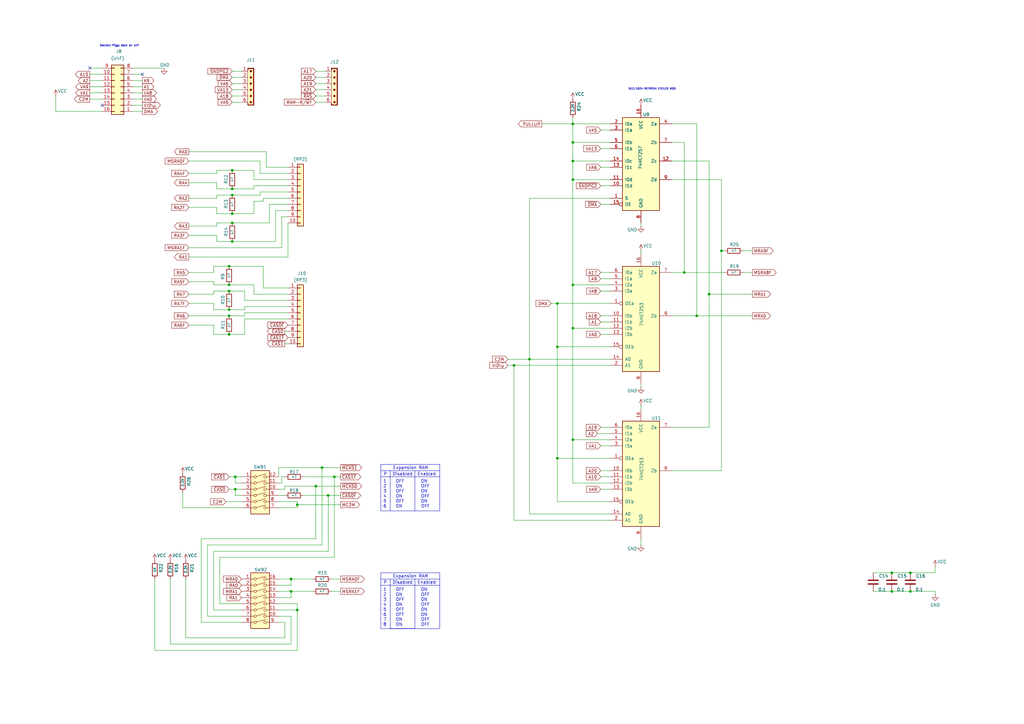
<source format=kicad_sch>
(kicad_sch (version 20231120) (generator "eeschema") (generator_version "8.0")
  (paper "A3")
  (lib_symbols
    (symbol "74xx:74HCT257" (pin_names (offset 1.016))
      (property "Reference" "U" (at -7.62 19.05 0))
      (property "Value" "74LS257" (at -7.62 -21.59 0))
      (symbol "74HCT257_1_0"
        (pin input line (at -12.7 -15.24 0) (length 5.08) (name "S") (number "1"))
        (pin input line (at -12.7 -10.16 0) (length 5.08) (name "I1d") (number "10"))
        (pin input line (at -12.7 -7.62 0) (length 5.08) (name "I0d") (number "11"))
        (pin tri_state line (at 12.7 0 180) (length 5.08) (name "Zc") (number "12"))
        (pin input line (at -12.7 -2.54 0) (length 5.08) (name "I1c") (number "13"))
        (pin input line (at -12.7 0 0) (length 5.08) (name "I0c") (number "14"))
        (pin input inverted (at -12.7 -17.78 0) (length 5.08) (name "OE") (number "15"))
        (pin power_in line (at 0 22.86 270) (length 5.08) (name "VCC") (number "16"))
        (pin input line (at -12.7 15.24 0) (length 5.08) (name "I0a") (number "2"))
        (pin input line (at -12.7 12.7 0) (length 5.08) (name "I1a") (number "3"))
        (pin tri_state line (at 12.7 15.24 180) (length 5.08) (name "Za") (number "4"))
        (pin input line (at -12.7 7.62 0) (length 5.08) (name "I0b") (number "5"))
        (pin input line (at -12.7 5.08 0) (length 5.08) (name "I1b") (number "6"))
        (pin tri_state line (at 12.7 7.62 180) (length 5.08) (name "Zb") (number "7"))
        (pin power_in line (at 0 -25.4 90) (length 5.08) (name "GND") (number "8"))
        (pin tri_state line (at 12.7 -7.62 180) (length 5.08) (name "Zd") (number "9"))
      )
    )
    (symbol "74xx:74LS253" (pin_names (offset 1.016))
      (property "Reference" "U" (at -7.62 21.59 0))
      (property "Value" "74LS253" (at -7.62 -24.13 0))
      (symbol "74LS253_1_0"
        (pin input inverted (at -12.7 5.08 0) (length 5.08) (name "OEa") (number "1"))
        (pin input line (at -12.7 0 0) (length 5.08) (name "I0b") (number "10"))
        (pin input line (at -12.7 -2.54 0) (length 5.08) (name "I1b") (number "11"))
        (pin input line (at -12.7 -5.08 0) (length 5.08) (name "I2b") (number "12"))
        (pin input line (at -12.7 -7.62 0) (length 5.08) (name "I3b") (number "13"))
        (pin input line (at -12.7 -17.78 0) (length 5.08) (name "A0") (number "14"))
        (pin input inverted (at -12.7 -12.7 0) (length 5.08) (name "OEb") (number "15"))
        (pin power_in line (at 0 25.4 270) (length 5.08) (name "VCC") (number "16"))
        (pin input line (at -12.7 -20.32 0) (length 5.08) (name "A1") (number "2"))
        (pin input line (at -12.7 10.16 0) (length 5.08) (name "I3a") (number "3"))
        (pin input line (at -12.7 12.7 0) (length 5.08) (name "I2a") (number "4"))
        (pin input line (at -12.7 15.24 0) (length 5.08) (name "I1a") (number "5"))
        (pin input line (at -12.7 17.78 0) (length 5.08) (name "I0a") (number "6"))
        (pin tri_state line (at 12.7 17.78 180) (length 5.08) (name "Za") (number "7"))
        (pin power_in line (at 0 -27.94 90) (length 5.08) (name "GND") (number "8"))
        (pin tri_state line (at 12.7 0 180) (length 5.08) (name "Zb") (number "9"))
      )
    )
    (symbol "Connector_Generic:Conn_01x10" (pin_names (offset 1.016) hide)
      (property "Reference" "J" (at 0 12.7 0))
      (property "Value" "Conn_01x10" (at 0 -15.24 0))
      (symbol "Conn_01x10_1_1"
        (pin passive line (at -5.08 10.16 0) (length 3.81) (name "Pin_1") (number "1"))
        (pin passive line (at -5.08 -12.7 0) (length 3.81) (name "Pin_10") (number "10"))
        (pin passive line (at -5.08 7.62 0) (length 3.81) (name "Pin_2") (number "2"))
        (pin passive line (at -5.08 5.08 0) (length 3.81) (name "Pin_3") (number "3"))
        (pin passive line (at -5.08 2.54 0) (length 3.81) (name "Pin_4") (number "4"))
        (pin passive line (at -5.08 0 0) (length 3.81) (name "Pin_5") (number "5"))
        (pin passive line (at -5.08 -2.54 0) (length 3.81) (name "Pin_6") (number "6"))
        (pin passive line (at -5.08 -5.08 0) (length 3.81) (name "Pin_7") (number "7"))
        (pin passive line (at -5.08 -7.62 0) (length 3.81) (name "Pin_8") (number "8"))
        (pin passive line (at -5.08 -10.16 0) (length 3.81) (name "Pin_9") (number "9"))
      )
    )
    (symbol "DIN41612_02x08_AB_EvenPins_2" (pin_names (offset 1.016))
      (property "Reference" "J2" (at 1.27 13.97 0))
      (property "Value" "(U5-12G)" (at 1.27 11.43 0))
      (symbol "DIN41612_02x08_AB_EvenPins_2_1_0"
        (pin passive line (at -5.08 7.62 0) (length 3.81) (name "") (number "1"))
      )
      (symbol "DIN41612_02x08_AB_EvenPins_2_1_1"
        (pin passive line (at 7.62 -7.62 180) (length 3.81) (name "") (number "10"))
        (pin passive line (at 7.62 -5.08 180) (length 3.81) (name "") (number "11"))
        (pin passive line (at 7.62 -2.54 180) (length 3.81) (name "") (number "12"))
        (pin passive line (at 7.62 0 180) (length 3.81) (name "") (number "13"))
        (pin passive line (at 7.62 2.54 180) (length 3.81) (name "") (number "14"))
        (pin passive line (at 7.62 5.08 180) (length 3.81) (name "") (number "15"))
        (pin passive line (at 7.62 7.62 180) (length 3.81) (name "") (number "16"))
        (pin passive line (at -5.08 5.08 0) (length 3.81) (name "") (number "2"))
        (pin passive line (at -5.08 2.54 0) (length 3.81) (name "") (number "3"))
        (pin passive line (at -5.08 0 0) (length 3.81) (name "") (number "4"))
        (pin passive line (at -5.08 -2.54 0) (length 3.81) (name "") (number "5"))
        (pin passive line (at -5.08 -5.08 0) (length 3.81) (name "") (number "6"))
        (pin passive line (at -5.08 -7.62 0) (length 3.81) (name "") (number "7"))
        (pin passive line (at -5.08 -10.16 0) (length 3.81) (name "") (number "8"))
        (pin passive line (at 7.62 -10.16 180) (length 3.81) (name "") (number "9"))
      )
    )
    (symbol "Device:C" (pin_numbers hide) (pin_names (offset 0.254))
      (property "Reference" "C" (at 0.635 2.54 0))
      (property "Value" "C" (at 0.635 -2.54 0))
      (symbol "C_1_1"
        (pin passive line (at 0 3.81 270) (length 2.794) (name "~") (number "1"))
        (pin passive line (at 0 -3.81 90) (length 2.794) (name "~") (number "2"))
      )
    )
    (symbol "Device:R" (pin_numbers hide) (pin_names (offset 0))
      (property "Reference" "R" (at 2.032 0 90))
      (property "Value" "R" (at 0 0 90))
      (symbol "R_1_1"
        (pin passive line (at 0 3.81 270) (length 1.27) (name "~") (number "1"))
        (pin passive line (at 0 -3.81 90) (length 1.27) (name "~") (number "2"))
      )
    )
    (symbol "PCM_SL_Connectors:JST_06"
      (property "Reference" "J" (at 0 12.7 0))
      (property "Value" "JST_06" (at 0 10.16 0))
      (symbol "JST_06_1_1"
        (pin passive line (at -3.81 6.35 0) (length 2.54) (name "") (number "1"))
        (pin passive line (at -3.81 3.81 0) (length 2.54) (name "") (number "2"))
        (pin passive line (at -3.81 1.27 0) (length 2.54) (name "") (number "3"))
        (pin passive line (at -3.81 -1.27 0) (length 2.54) (name "") (number "4"))
        (pin passive line (at -3.81 -3.81 0) (length 2.54) (name "") (number "5"))
        (pin passive line (at -3.81 -6.35 0) (length 2.54) (name "") (number "6"))
      )
    )
    (symbol "Switch:SW_DIP_x06" (pin_names (offset 0) hide)
      (property "Reference" "SW" (at 0 11.43 0))
      (property "Value" "SW_DIP_x06" (at 0 -8.89 0))
      (symbol "SW_DIP_x06_1_1"
        (pin passive line (at -7.62 7.62 0) (length 5.08) (name "~") (number "1"))
        (pin passive line (at 7.62 2.54 180) (length 5.08) (name "~") (number "10"))
        (pin passive line (at 7.62 5.08 180) (length 5.08) (name "~") (number "11"))
        (pin passive line (at 7.62 7.62 180) (length 5.08) (name "~") (number "12"))
        (pin passive line (at -7.62 5.08 0) (length 5.08) (name "~") (number "2"))
        (pin passive line (at -7.62 2.54 0) (length 5.08) (name "~") (number "3"))
        (pin passive line (at -7.62 0 0) (length 5.08) (name "~") (number "4"))
        (pin passive line (at -7.62 -2.54 0) (length 5.08) (name "~") (number "5"))
        (pin passive line (at -7.62 -5.08 0) (length 5.08) (name "~") (number "6"))
        (pin passive line (at 7.62 -5.08 180) (length 5.08) (name "~") (number "7"))
        (pin passive line (at 7.62 -2.54 180) (length 5.08) (name "~") (number "8"))
        (pin passive line (at 7.62 0 180) (length 5.08) (name "~") (number "9"))
      )
    )
    (symbol "Switch:SW_DIP_x08" (pin_names (offset 0) hide)
      (property "Reference" "SW" (at 0 13.97 0))
      (property "Value" "SW_DIP_x08" (at 0 -11.43 0))
      (symbol "SW_DIP_x08_1_1"
        (pin passive line (at -7.62 10.16 0) (length 5.08) (name "~") (number "1"))
        (pin passive line (at 7.62 -5.08 180) (length 5.08) (name "~") (number "10"))
        (pin passive line (at 7.62 -2.54 180) (length 5.08) (name "~") (number "11"))
        (pin passive line (at 7.62 0 180) (length 5.08) (name "~") (number "12"))
        (pin passive line (at 7.62 2.54 180) (length 5.08) (name "~") (number "13"))
        (pin passive line (at 7.62 5.08 180) (length 5.08) (name "~") (number "14"))
        (pin passive line (at 7.62 7.62 180) (length 5.08) (name "~") (number "15"))
        (pin passive line (at 7.62 10.16 180) (length 5.08) (name "~") (number "16"))
        (pin passive line (at -7.62 7.62 0) (length 5.08) (name "~") (number "2"))
        (pin passive line (at -7.62 5.08 0) (length 5.08) (name "~") (number "3"))
        (pin passive line (at -7.62 2.54 0) (length 5.08) (name "~") (number "4"))
        (pin passive line (at -7.62 0 0) (length 5.08) (name "~") (number "5"))
        (pin passive line (at -7.62 -2.54 0) (length 5.08) (name "~") (number "6"))
        (pin passive line (at -7.62 -5.08 0) (length 5.08) (name "~") (number "7"))
        (pin passive line (at -7.62 -7.62 0) (length 5.08) (name "~") (number "8"))
        (pin passive line (at 7.62 -7.62 180) (length 5.08) (name "~") (number "9"))
      )
    )
    (symbol "power:GND" (power) (pin_numbers hide) (pin_names (offset 0) hide)
      (property "Value" "GND" (at 0 -3.81 0))
      (symbol "GND_1_1"
        (pin power_in line (at 0 0 270) (length 0) (name "~") (number "1"))
      )
    )
    (symbol "power:VCC" (power) (pin_numbers hide) (pin_names (offset 0) hide)
      (property "Value" "VCC" (at 0 3.556 0))
      (symbol "VCC_1_1"
        (pin power_in line (at 0 0 90) (length 0) (name "~") (number "1"))
      )
    )
  )
  (junction (at 93.98 116.84))
  (junction (at 137.16 195.58))
  (junction (at 121.92 250.19))
  (junction (at 93.98 119.38))
  (junction (at 228.6 124.46))
  (junction (at 234.95 58.42))
  (junction (at 210.82 149.86))
  (junction (at 365.76 242.57))
  (junction (at 93.98 109.22))
  (junction (at 285.75 129.54))
  (junction (at 373.38 242.57))
  (junction (at 290.83 120.65))
  (junction (at 93.98 129.54))
  (junction (at 96.52 195.58))
  (junction (at 234.95 180.34))
  (junction (at 134.62 203.2))
  (junction (at 95.25 91.44))
  (junction (at 93.98 127))
  (junction (at 234.95 73.66))
  (junction (at 228.6 142.24))
  (junction (at 280.67 111.76))
  (junction (at 132.08 191.77))
  (junction (at 96.52 200.66))
  (junction (at 365.76 234.95))
  (junction (at 119.38 237.49))
  (junction (at 95.25 77.47))
  (junction (at 234.95 116.84))
  (junction (at 373.38 234.95))
  (junction (at 234.95 66.04))
  (junction (at 119.38 242.57))
  (junction (at 217.17 147.32))
  (junction (at 95.25 80.01))
  (junction (at 129.54 199.39))
  (junction (at 228.6 187.96))
  (junction (at 295.91 102.87))
  (junction (at 95.25 99.06))
  (junction (at 95.25 69.85))
  (junction (at 121.92 207.01))
  (junction (at 95.25 87.63))
  (junction (at 234.95 134.62))
  (junction (at 234.95 50.8))
  (junction (at 93.98 137.16))
  (no_connect (at 36.83 27.94))
  (no_connect (at 41.91 43.18))
  (no_connect (at 58.42 30.48))
  (wire (pts (xy 246.38 68.58) (xy 250.19 68.58)))
  (wire (pts (xy 119.38 237.49) (xy 128.27 237.49)))
  (wire (pts (xy 77.47 85.09) (xy 88.9 85.09)))
  (wire (pts (xy 74.93 208.28) (xy 99.06 208.28)))
  (wire (pts (xy 36.83 40.64) (xy 41.91 40.64)))
  (wire (pts (xy 85.09 223.52) (xy 85.09 252.73)))
  (wire (pts (xy 114.3 247.65) (xy 121.92 247.65)))
  (wire (pts (xy 262.89 158.75) (xy 262.89 157.48)))
  (wire (pts (xy 96.52 195.58) (xy 99.06 195.58)))
  (wire (pts (xy 58.42 45.72) (xy 54.61 45.72)))
  (wire (pts (xy 217.17 147.32) (xy 250.19 147.32)))
  (wire (pts (xy 77.47 101.6) (xy 115.57 101.6)))
  (wire (pts (xy 280.67 58.42) (xy 280.67 111.76)))
  (wire (pts (xy 250.19 134.62) (xy 234.95 134.62)))
  (wire (pts (xy 88.9 85.09) (xy 88.9 87.63)))
  (wire (pts (xy 69.85 264.16) (xy 69.85 237.49)))
  (wire (pts (xy 87.63 109.22) (xy 93.98 109.22)))
  (wire (pts (xy 226.06 124.46) (xy 228.6 124.46)))
  (wire (pts (xy 250.19 210.82) (xy 217.17 210.82)))
  (wire (pts (xy 63.5 237.49) (xy 63.5 266.7)))
  (wire (pts (xy 88.9 92.71) (xy 88.9 91.44)))
  (wire (pts (xy 383.54 242.57) (xy 383.54 243.84)))
  (wire (pts (xy 113.03 99.06) (xy 113.03 86.36)))
  (wire (pts (xy 114.3 205.74) (xy 121.92 205.74)))
  (wire (pts (xy 210.82 213.36) (xy 210.82 149.86)))
  (wire (pts (xy 95.25 80.01) (xy 106.68 80.01)))
  (wire (pts (xy 88.9 71.12) (xy 88.9 69.85)))
  (wire (pts (xy 119.38 245.11) (xy 119.38 242.57)))
  (wire (pts (xy 88.9 77.47) (xy 95.25 77.47)))
  (wire (pts (xy 87.63 226.06) (xy 87.63 250.19)))
  (wire (pts (xy 234.95 48.26) (xy 234.95 50.8)))
  (wire (pts (xy 104.14 69.85) (xy 95.25 69.85)))
  (wire (pts (xy 234.95 180.34) (xy 234.95 134.62)))
  (wire (pts (xy 246.38 114.3) (xy 250.19 114.3)))
  (polyline (pts (xy 180.34 195.58) (xy 180.34 193.04)))
  (polyline (pts (xy 170.18 254) (xy 170.18 257.81)))
  (wire (pts (xy 116.84 199.39) (xy 116.84 200.66)))
  (wire (pts (xy 77.47 133.35) (xy 87.63 133.35)))
  (wire (pts (xy 217.17 81.28) (xy 250.19 81.28)))
  (wire (pts (xy 116.84 199.39) (xy 129.54 199.39)))
  (wire (pts (xy 58.42 35.56) (xy 54.61 35.56)))
  (wire (pts (xy 246.38 175.26) (xy 250.19 175.26)))
  (wire (pts (xy 250.19 187.96) (xy 228.6 187.96)))
  (wire (pts (xy 74.93 208.28) (xy 74.93 201.93)))
  (wire (pts (xy 82.55 220.98) (xy 129.54 220.98)))
  (wire (pts (xy 295.91 102.87) (xy 297.18 102.87)))
  (wire (pts (xy 121.92 208.28) (xy 121.92 207.01)))
  (wire (pts (xy 87.63 127) (xy 93.98 127)))
  (wire (pts (xy 132.08 191.77) (xy 139.7 191.77)))
  (wire (pts (xy 99.06 29.21) (xy 95.25 29.21)))
  (wire (pts (xy 295.91 193.04) (xy 295.91 102.87)))
  (polyline (pts (xy 170.18 257.81) (xy 160.02 257.81)))
  (wire (pts (xy 116.84 195.58) (xy 115.57 195.58)))
  (polyline (pts (xy 156.21 193.04) (xy 156.21 190.5)))
  (wire (pts (xy 87.63 111.76) (xy 87.63 109.22)))
  (wire (pts (xy 100.33 129.54) (xy 100.33 128.27)))
  (wire (pts (xy 104.14 76.2) (xy 118.11 76.2)))
  (wire (pts (xy 106.68 78.74) (xy 118.11 78.74)))
  (wire (pts (xy 228.6 124.46) (xy 228.6 142.24)))
  (wire (pts (xy 234.95 116.84) (xy 250.19 116.84)))
  (wire (pts (xy 217.17 210.82) (xy 217.17 147.32)))
  (wire (pts (xy 119.38 237.49) (xy 114.3 237.49)))
  (wire (pts (xy 246.38 119.38) (xy 250.19 119.38)))
  (wire (pts (xy 88.9 74.93) (xy 88.9 77.47)))
  (wire (pts (xy 110.49 83.82) (xy 118.11 83.82)))
  (wire (pts (xy 250.19 198.12) (xy 234.95 198.12)))
  (wire (pts (xy 246.38 132.08) (xy 250.19 132.08)))
  (wire (pts (xy 109.22 68.58) (xy 109.22 62.23)))
  (wire (pts (xy 100.33 125.73) (xy 118.11 125.73)))
  (wire (pts (xy 114.3 255.27) (xy 116.84 255.27)))
  (wire (pts (xy 22.86 39.37) (xy 22.86 45.72)))
  (wire (pts (xy 365.76 234.95) (xy 373.38 234.95)))
  (wire (pts (xy 275.59 111.76) (xy 280.67 111.76)))
  (wire (pts (xy 36.83 30.48) (xy 41.91 30.48)))
  (wire (pts (xy 290.83 120.65) (xy 308.61 120.65)))
  (wire (pts (xy 77.47 115.57) (xy 87.63 115.57)))
  (wire (pts (xy 119.38 252.73) (xy 119.38 264.16)))
  (wire (pts (xy 124.46 203.2) (xy 134.62 203.2)))
  (wire (pts (xy 228.6 142.24) (xy 228.6 187.96)))
  (wire (pts (xy 114.3 250.19) (xy 121.92 250.19)))
  (wire (pts (xy 88.9 96.52) (xy 88.9 99.06)))
  (wire (pts (xy 118.11 118.11) (xy 107.95 118.11)))
  (wire (pts (xy 93.98 116.84) (xy 104.14 116.84)))
  (wire (pts (xy 77.47 120.65) (xy 87.63 120.65)))
  (wire (pts (xy 77.47 74.93) (xy 88.9 74.93)))
  (wire (pts (xy 373.38 242.57) (xy 383.54 242.57)))
  (wire (pts (xy 208.28 149.86) (xy 210.82 149.86)))
  (wire (pts (xy 104.14 82.55) (xy 107.95 82.55)))
  (wire (pts (xy 88.9 80.01) (xy 95.25 80.01)))
  (wire (pts (xy 208.28 147.32) (xy 217.17 147.32)))
  (polyline (pts (xy 156.21 237.49) (xy 156.21 234.95)))
  (wire (pts (xy 234.95 58.42) (xy 234.95 66.04)))
  (wire (pts (xy 110.49 91.44) (xy 110.49 83.82)))
  (polyline (pts (xy 180.34 240.03) (xy 180.34 237.49)))
  (wire (pts (xy 93.98 195.58) (xy 96.52 195.58)))
  (wire (pts (xy 95.25 87.63) (xy 104.14 87.63)))
  (wire (pts (xy 234.95 198.12) (xy 234.95 180.34)))
  (wire (pts (xy 285.75 50.8) (xy 285.75 129.54)))
  (wire (pts (xy 58.42 33.02) (xy 54.61 33.02)))
  (wire (pts (xy 99.06 203.2) (xy 96.52 203.2)))
  (wire (pts (xy 92.71 205.74) (xy 99.06 205.74)))
  (wire (pts (xy 82.55 255.27) (xy 82.55 220.98)))
  (wire (pts (xy 121.92 247.65) (xy 121.92 250.19)))
  (wire (pts (xy 115.57 101.6) (xy 115.57 88.9)))
  (wire (pts (xy 133.35 36.83) (xy 129.54 36.83)))
  (wire (pts (xy 22.86 45.72) (xy 41.91 45.72)))
  (wire (pts (xy 275.59 129.54) (xy 285.75 129.54)))
  (wire (pts (xy 88.9 81.28) (xy 88.9 80.01)))
  (polyline (pts (xy 160.02 240.03) (xy 160.02 254)))
  (wire (pts (xy 245.11 177.8) (xy 250.19 177.8)))
  (wire (pts (xy 133.35 41.91) (xy 129.54 41.91)))
  (wire (pts (xy 114.3 203.2) (xy 116.84 203.2)))
  (wire (pts (xy 228.6 142.24) (xy 250.19 142.24)))
  (wire (pts (xy 87.63 116.84) (xy 93.98 116.84)))
  (wire (pts (xy 133.35 39.37) (xy 129.54 39.37)))
  (polyline (pts (xy 156.21 190.5) (xy 180.34 190.5)))
  (wire (pts (xy 36.83 33.02) (xy 41.91 33.02)))
  (wire (pts (xy 118.11 123.19) (xy 100.33 123.19)))
  (wire (pts (xy 358.14 242.57) (xy 365.76 242.57)))
  (polyline (pts (xy 170.18 195.58) (xy 170.18 209.55)))
  (wire (pts (xy 234.95 50.8) (xy 250.19 50.8)))
  (wire (pts (xy 104.14 87.63) (xy 104.14 82.55)))
  (wire (pts (xy 250.19 213.36) (xy 210.82 213.36)))
  (wire (pts (xy 90.17 247.65) (xy 90.17 228.6)))
  (wire (pts (xy 85.09 252.73) (xy 99.06 252.73)))
  (wire (pts (xy 139.7 237.49) (xy 135.89 237.49)))
  (wire (pts (xy 107.95 118.11) (xy 107.95 109.22)))
  (wire (pts (xy 358.14 234.95) (xy 365.76 234.95)))
  (wire (pts (xy 128.27 242.57) (xy 119.38 242.57)))
  (wire (pts (xy 121.92 205.74) (xy 121.92 207.01)))
  (wire (pts (xy 134.62 203.2) (xy 134.62 226.06)))
  (wire (pts (xy 116.84 261.62) (xy 76.2 261.62)))
  (wire (pts (xy 119.38 242.57) (xy 114.3 242.57)))
  (wire (pts (xy 290.83 175.26) (xy 290.83 120.65)))
  (polyline (pts (xy 156.21 193.04) (xy 156.21 195.58)))
  (wire (pts (xy 104.14 116.84) (xy 104.14 120.65)))
  (wire (pts (xy 106.68 80.01) (xy 106.68 78.74)))
  (wire (pts (xy 246.38 129.54) (xy 250.19 129.54)))
  (wire (pts (xy 304.8 111.76) (xy 308.61 111.76)))
  (wire (pts (xy 129.54 220.98) (xy 129.54 199.39)))
  (wire (pts (xy 90.17 228.6) (xy 137.16 228.6)))
  (wire (pts (xy 96.52 203.2) (xy 96.52 200.66)))
  (wire (pts (xy 275.59 175.26) (xy 290.83 175.26)))
  (wire (pts (xy 118.11 73.66) (xy 104.14 73.66)))
  (wire (pts (xy 36.83 35.56) (xy 41.91 35.56)))
  (wire (pts (xy 99.06 255.27) (xy 82.55 255.27)))
  (wire (pts (xy 88.9 87.63) (xy 95.25 87.63)))
  (wire (pts (xy 129.54 199.39) (xy 139.7 199.39)))
  (polyline (pts (xy 160.02 257.81) (xy 160.02 254)))
  (wire (pts (xy 246.38 200.66) (xy 250.19 200.66)))
  (wire (pts (xy 116.84 135.89) (xy 118.11 135.89)))
  (wire (pts (xy 135.89 242.57) (xy 139.7 242.57)))
  (wire (pts (xy 275.59 66.04) (xy 290.83 66.04)))
  (wire (pts (xy 228.6 124.46) (xy 250.19 124.46)))
  (wire (pts (xy 100.33 119.38) (xy 93.98 119.38)))
  (wire (pts (xy 116.84 255.27) (xy 116.84 261.62)))
  (wire (pts (xy 77.47 124.46) (xy 87.63 124.46)))
  (wire (pts (xy 88.9 91.44) (xy 95.25 91.44)))
  (wire (pts (xy 113.03 86.36) (xy 118.11 86.36)))
  (wire (pts (xy 106.68 66.04) (xy 106.68 71.12)))
  (wire (pts (xy 77.47 105.41) (xy 118.11 105.41)))
  (wire (pts (xy 262.89 166.37) (xy 262.89 167.64)))
  (wire (pts (xy 262.89 92.71) (xy 262.89 91.44)))
  (wire (pts (xy 93.98 127) (xy 100.33 127)))
  (wire (pts (xy 234.95 73.66) (xy 250.19 73.66)))
  (wire (pts (xy 36.83 38.1) (xy 41.91 38.1)))
  (wire (pts (xy 137.16 195.58) (xy 139.7 195.58)))
  (wire (pts (xy 246.38 195.58) (xy 250.19 195.58)))
  (wire (pts (xy 115.57 88.9) (xy 118.11 88.9)))
  (wire (pts (xy 76.2 261.62) (xy 76.2 237.49)))
  (wire (pts (xy 95.25 77.47) (xy 104.14 77.47)))
  (wire (pts (xy 77.47 66.04) (xy 106.68 66.04)))
  (polyline (pts (xy 160.02 237.49) (xy 160.02 240.03)))
  (wire (pts (xy 87.63 115.57) (xy 87.63 116.84)))
  (wire (pts (xy 114.3 208.28) (xy 121.92 208.28)))
  (wire (pts (xy 295.91 102.87) (xy 295.91 73.66)))
  (wire (pts (xy 100.33 123.19) (xy 100.33 119.38)))
  (wire (pts (xy 262.89 102.87) (xy 262.89 104.14)))
  (wire (pts (xy 250.19 205.74) (xy 228.6 205.74)))
  (wire (pts (xy 383.54 232.41) (xy 383.54 234.95)))
  (wire (pts (xy 118.11 130.81) (xy 100.33 130.81)))
  (wire (pts (xy 114.3 200.66) (xy 116.84 200.66)))
  (wire (pts (xy 87.63 133.35) (xy 87.63 137.16)))
  (polyline (pts (xy 156.21 234.95) (xy 180.34 234.95)))
  (polyline (pts (xy 170.18 193.04) (xy 170.18 195.58)))
  (polyline (pts (xy 170.18 240.03) (xy 170.18 254)))
  (wire (pts (xy 118.11 68.58) (xy 109.22 68.58)))
  (wire (pts (xy 234.95 116.84) (xy 234.95 134.62)))
  (wire (pts (xy 114.3 240.03) (xy 119.38 240.03)))
  (wire (pts (xy 107.95 82.55) (xy 107.95 81.28)))
  (wire (pts (xy 121.92 207.01) (xy 139.7 207.01)))
  (wire (pts (xy 222.25 50.8) (xy 234.95 50.8)))
  (wire (pts (xy 96.52 200.66) (xy 99.06 200.66)))
  (polyline (pts (xy 156.21 237.49) (xy 156.21 240.03)))
  (polyline (pts (xy 160.02 195.58) (xy 160.02 209.55)))
  (polyline (pts (xy 160.02 193.04) (xy 160.02 195.58)))
  (wire (pts (xy 106.68 71.12) (xy 118.11 71.12)))
  (wire (pts (xy 99.06 34.29) (xy 95.25 34.29)))
  (wire (pts (xy 100.33 130.81) (xy 100.33 137.16)))
  (wire (pts (xy 54.61 27.94) (xy 67.31 27.94)))
  (wire (pts (xy 100.33 128.27) (xy 118.11 128.27)))
  (wire (pts (xy 58.42 43.18) (xy 54.61 43.18)))
  (wire (pts (xy 121.92 250.19) (xy 121.92 266.7)))
  (wire (pts (xy 275.59 73.66) (xy 295.91 73.66)))
  (wire (pts (xy 104.14 120.65) (xy 118.11 120.65)))
  (wire (pts (xy 280.67 111.76) (xy 297.18 111.76)))
  (polyline (pts (xy 180.34 193.04) (xy 156.21 193.04)))
  (wire (pts (xy 104.14 77.47) (xy 104.14 76.2)))
  (wire (pts (xy 87.63 119.38) (xy 93.98 119.38)))
  (wire (pts (xy 63.5 266.7) (xy 121.92 266.7)))
  (wire (pts (xy 132.08 223.52) (xy 85.09 223.52)))
  (wire (pts (xy 100.33 137.16) (xy 93.98 137.16)))
  (wire (pts (xy 124.46 195.58) (xy 137.16 195.58)))
  (wire (pts (xy 234.95 50.8) (xy 234.95 58.42)))
  (wire (pts (xy 115.57 198.12) (xy 114.3 198.12)))
  (wire (pts (xy 246.38 76.2) (xy 250.19 76.2)))
  (wire (pts (xy 95.25 91.44) (xy 110.49 91.44)))
  (wire (pts (xy 304.8 102.87) (xy 308.61 102.87)))
  (wire (pts (xy 115.57 195.58) (xy 115.57 198.12)))
  (wire (pts (xy 99.06 31.75) (xy 95.25 31.75)))
  (wire (pts (xy 93.98 109.22) (xy 107.95 109.22)))
  (wire (pts (xy 118.11 105.41) (xy 118.11 91.44)))
  (wire (pts (xy 234.95 73.66) (xy 234.95 116.84)))
  (wire (pts (xy 77.47 92.71) (xy 88.9 92.71)))
  (wire (pts (xy 77.47 62.23) (xy 109.22 62.23)))
  (wire (pts (xy 262.89 223.52) (xy 262.89 220.98)))
  (wire (pts (xy 58.42 38.1) (xy 54.61 38.1)))
  (wire (pts (xy 77.47 71.12) (xy 88.9 71.12)))
  (wire (pts (xy 246.38 83.82) (xy 250.19 83.82)))
  (wire (pts (xy 275.59 50.8) (xy 285.75 50.8)))
  (wire (pts (xy 88.9 69.85) (xy 95.25 69.85)))
  (wire (pts (xy 100.33 127) (xy 100.33 125.73)))
  (polyline (pts (xy 180.34 237.49) (xy 156.21 237.49)))
  (wire (pts (xy 134.62 203.2) (xy 139.7 203.2)))
  (wire (pts (xy 87.63 124.46) (xy 87.63 127)))
  (wire (pts (xy 96.52 195.58) (xy 96.52 198.12)))
  (wire (pts (xy 93.98 129.54) (xy 100.33 129.54)))
  (wire (pts (xy 87.63 137.16) (xy 93.98 137.16)))
  (polyline (pts (xy 180.34 234.95) (xy 180.34 237.49)))
  (wire (pts (xy 77.47 96.52) (xy 88.9 96.52)))
  (wire (pts (xy 99.06 39.37) (xy 95.25 39.37)))
  (wire (pts (xy 114.3 191.77) (xy 132.08 191.77)))
  (wire (pts (xy 77.47 81.28) (xy 88.9 81.28)))
  (wire (pts (xy 99.06 247.65) (xy 90.17 247.65)))
  (wire (pts (xy 228.6 205.74) (xy 228.6 187.96)))
  (wire (pts (xy 290.83 120.65) (xy 290.83 66.04)))
  (wire (pts (xy 87.63 250.19) (xy 99.06 250.19)))
  (wire (pts (xy 137.16 228.6) (xy 137.16 195.58)))
  (wire (pts (xy 93.98 200.66) (xy 96.52 200.66)))
  (wire (pts (xy 99.06 36.83) (xy 95.25 36.83)))
  (wire (pts (xy 246.38 60.96) (xy 250.19 60.96)))
  (wire (pts (xy 365.76 242.57) (xy 373.38 242.57)))
  (wire (pts (xy 234.95 58.42) (xy 250.19 58.42)))
  (wire (pts (xy 246.38 53.34) (xy 250.19 53.34)))
  (wire (pts (xy 246.38 137.16) (xy 250.19 137.16)))
  (wire (pts (xy 87.63 120.65) (xy 87.63 119.38)))
  (wire (pts (xy 104.14 73.66) (xy 104.14 69.85)))
  (wire (pts (xy 250.19 180.34) (xy 234.95 180.34)))
  (wire (pts (xy 246.38 111.76) (xy 250.19 111.76)))
  (wire (pts (xy 95.25 99.06) (xy 113.03 99.06)))
  (wire (pts (xy 275.59 193.04) (xy 295.91 193.04)))
  (wire (pts (xy 285.75 129.54) (xy 308.61 129.54)))
  (wire (pts (xy 133.35 34.29) (xy 129.54 34.29)))
  (wire (pts (xy 77.47 111.76) (xy 87.63 111.76)))
  (wire (pts (xy 275.59 58.42) (xy 280.67 58.42)))
  (wire (pts (xy 119.38 240.03) (xy 119.38 237.49)))
  (wire (pts (xy 234.95 66.04) (xy 250.19 66.04)))
  (wire (pts (xy 246.38 182.88) (xy 250.19 182.88)))
  (wire (pts (xy 58.42 30.48) (xy 54.61 30.48)))
  (wire (pts (xy 119.38 264.16) (xy 69.85 264.16)))
  (wire (pts (xy 114.3 252.73) (xy 119.38 252.73)))
  (wire (pts (xy 77.47 129.54) (xy 93.98 129.54)))
  (wire (pts (xy 114.3 245.11) (xy 119.38 245.11)))
  (polyline (pts (xy 170.18 237.49) (xy 170.18 240.03)))
  (wire (pts (xy 210.82 149.86) (xy 250.19 149.86)))
  (wire (pts (xy 96.52 198.12) (xy 99.06 198.12)))
  (wire (pts (xy 36.83 27.94) (xy 41.91 27.94)))
  (wire (pts (xy 246.38 193.04) (xy 250.19 193.04)))
  (wire (pts (xy 88.9 99.06) (xy 95.25 99.06)))
  (wire (pts (xy 234.95 66.04) (xy 234.95 73.66)))
  (wire (pts (xy 373.38 234.95) (xy 383.54 234.95)))
  (wire (pts (xy 134.62 226.06) (xy 87.63 226.06)))
  (wire (pts (xy 217.17 81.28) (xy 217.17 147.32)))
  (polyline (pts (xy 180.34 190.5) (xy 180.34 193.04)))
  (wire (pts (xy 132.08 191.77) (xy 132.08 223.52)))
  (wire (pts (xy 114.3 191.77) (xy 114.3 195.58)))
  (wire (pts (xy 107.95 81.28) (xy 118.11 81.28)))
  (wire (pts (xy 58.42 40.64) (xy 54.61 40.64)))
  (wire (pts (xy 133.35 29.21) (xy 129.54 29.21)))
  (wire (pts (xy 116.84 140.97) (xy 118.11 140.97)))
  (wire (pts (xy 133.35 31.75) (xy 129.54 31.75)))
  (wire (pts (xy 99.06 41.91) (xy 95.25 41.91)))
  (text_box "1    OFF       ON\n2    ON        OFF\n3    OFF       ON\n4    ON        OFF\n5    OFF       ON\n6    OFF       ON\n7    ON        OFF\n8    ON        OFF" (at 156.21 240.03 0) (size 24.13 17.78) (effects (font (size 1.27 1.27)) (justify left top)))
  (text_box "1    OFF       ON\n2    ON        OFF\n3    OFF       ON\n4    ON        OFF\n5    OFF       ON\n6    ON        OFF\n" (at 156.21 195.58 0) (size 24.13 13.97) (effects (font (size 1.27 1.27)) (justify left top)))
  (text "Sockect Piggy back on U4F" (at 49.022 18.796 0) (effects (font (size 0.762 0.762))))
  (text "Disabled" (at 165.1 239.014 0) (effects (font (size 1.27 1.27))))
  (text "P" (at 157.988 239.014 0) (effects (font (size 1.27 1.27))))
  (text "Enabled" (at 175.006 194.564 0) (effects (font (size 1.27 1.27))))
  (text "Disabled" (at 165.1 194.564 0) (effects (font (size 1.27 1.27))))
  (text "P" (at 157.988 194.564 0) (effects (font (size 1.27 1.27))))
  (text "Expansion RAM" (at 168.402 236.474 0) (effects (font (size 1.27 1.27))))
  (text "Enabled" (at 175.006 239.014 0) (effects (font (size 1.27 1.27))))
  (text "512/1024 REFRESH CYCLES MOD" (at 267.462 36.576 0) (effects (font (size 0.762 0.762))))
  (text "Expansion RAM" (at 168.402 192.024 0) (effects (font (size 1.27 1.27))))
  (global_label "RA3" (shape output) (at 77.47 92.71 180) (property "Intersheetrefs" "${INTERSHEET_REFS}" (effects (hide yes))))
  (global_label "RA1" (shape output) (at 77.47 105.41 180) (property "Intersheetrefs" "${INTERSHEET_REFS}" (effects (hide yes))))
  (global_label "~{MCAS0}" (shape output) (at 139.7 199.39 0) (property "Intersheetrefs" "${INTERSHEET_REFS}" (effects (hide yes))))
  (global_label "VA8" (shape output) (at 58.42 38.1 0) (property "Intersheetrefs" "${INTERSHEET_REFS}" (effects (hide yes))))
  (global_label "VA9" (shape input) (at 246.38 200.66 180) (property "Intersheetrefs" "${INTERSHEET_REFS}" (effects (hide yes))))
  (global_label "DMA" (shape input) (at 226.06 124.46 180) (property "Intersheetrefs" "${INTERSHEET_REFS}" (effects (hide yes))))
  (global_label "A19" (shape input) (at 246.38 175.26 180) (property "Intersheetrefs" "${INTERSHEET_REFS}" (effects (hide yes))))
  (global_label "VA5" (shape input) (at 95.25 41.91 180) (property "Intersheetrefs" "${INTERSHEET_REFS}" (effects (hide yes))))
  (global_label "VA8" (shape input) (at 246.38 119.38 180) (property "Intersheetrefs" "${INTERSHEET_REFS}" (effects (hide yes))))
  (global_label "VA13" (shape input) (at 95.25 36.83 180) (property "Intersheetrefs" "${INTERSHEET_REFS}" (effects (hide yes))))
  (global_label "~{CAS1F}" (shape input) (at 118.11 138.43 180) (property "Intersheetrefs" "${INTERSHEET_REFS}" (effects (hide yes))))
  (global_label "MRA1" (shape output) (at 308.61 120.65 0) (property "Intersheetrefs" "${INTERSHEET_REFS}" (effects (hide yes))))
  (global_label "A20" (shape input) (at 246.38 193.04 180) (property "Intersheetrefs" "${INTERSHEET_REFS}" (effects (hide yes))))
  (global_label "MRA9F" (shape output) (at 308.61 102.87 0) (property "Intersheetrefs" "${INTERSHEET_REFS}" (effects (hide yes))))
  (global_label "~{MCAS1}" (shape output) (at 139.7 191.77 0) (property "Intersheetrefs" "${INTERSHEET_REFS}" (effects (hide yes))))
  (global_label "A17" (shape input) (at 129.54 29.21 180) (property "Intersheetrefs" "${INTERSHEET_REFS}" (effects (hide yes))))
  (global_label "RA0" (shape output) (at 77.47 62.23 180) (property "Intersheetrefs" "${INTERSHEET_REFS}" (effects (hide yes))))
  (global_label "~{SNDPG2}" (shape input) (at 246.38 76.2 180) (property "Intersheetrefs" "${INTERSHEET_REFS}" (effects (hide yes))))
  (global_label "~{DMA}" (shape input) (at 246.38 83.82 180) (property "Intersheetrefs" "${INTERSHEET_REFS}" (effects (hide yes))))
  (global_label "VA6" (shape input) (at 95.25 34.29 180) (property "Intersheetrefs" "${INTERSHEET_REFS}" (effects (hide yes))))
  (global_label "VA0" (shape output) (at 58.42 40.64 0) (property "Intersheetrefs" "${INTERSHEET_REFS}" (effects (hide yes))))
  (global_label "~{RAS}" (shape input) (at 129.54 39.37 180) (property "Intersheetrefs" "${INTERSHEET_REFS}" (effects (hide yes))))
  (global_label "MSRA0F" (shape input) (at 77.47 66.04 180) (property "Intersheetrefs" "${INTERSHEET_REFS}" (effects (hide yes))))
  (global_label "A1" (shape input) (at 246.38 132.08 180) (property "Intersheetrefs" "${INTERSHEET_REFS}" (effects (hide yes))))
  (global_label "RA5F" (shape input) (at 77.47 115.57 180) (property "Intersheetrefs" "${INTERSHEET_REFS}" (effects (hide yes))))
  (global_label "VID\\~{u}" (shape input) (at 208.28 149.86 180) (property "Intersheetrefs" "${INTERSHEET_REFS}" (effects (hide yes))))
  (global_label "VA6" (shape input) (at 246.38 68.58 180) (property "Intersheetrefs" "${INTERSHEET_REFS}" (effects (hide yes))))
  (global_label "MSRA1F" (shape input) (at 77.47 101.6 180) (property "Intersheetrefs" "${INTERSHEET_REFS}" (effects (hide yes))))
  (global_label "~{CAS0}" (shape input) (at 93.98 200.66 180) (property "Intersheetrefs" "${INTERSHEET_REFS}" (effects (hide yes))))
  (global_label "~{CAS0F}" (shape input) (at 118.11 133.35 180) (property "Intersheetrefs" "${INTERSHEET_REFS}" (effects (hide yes))))
  (global_label "A19" (shape input) (at 129.54 34.29 180) (property "Intersheetrefs" "${INTERSHEET_REFS}" (effects (hide yes))))
  (global_label "~{CAS0}" (shape output) (at 116.84 135.89 180) (property "Intersheetrefs" "${INTERSHEET_REFS}" (effects (hide yes))))
  (global_label "A9" (shape input) (at 246.38 114.3 180) (property "Intersheetrefs" "${INTERSHEET_REFS}" (effects (hide yes))))
  (global_label "A2" (shape input) (at 245.11 177.8 180) (property "Intersheetrefs" "${INTERSHEET_REFS}" (effects (hide yes))))
  (global_label "MSRA0F" (shape output) (at 139.7 237.49 0) (property "Intersheetrefs" "${INTERSHEET_REFS}" (effects (hide yes))))
  (global_label "~{DMA}" (shape input) (at 95.25 31.75 180) (property "Intersheetrefs" "${INTERSHEET_REFS}" (effects (hide yes))))
  (global_label "A1" (shape output) (at 58.42 35.56 0) (property "Intersheetrefs" "${INTERSHEET_REFS}" (effects (hide yes))))
  (global_label "MRA0" (shape output) (at 308.61 129.54 0) (property "Intersheetrefs" "${INTERSHEET_REFS}" (effects (hide yes))))
  (global_label "RA5" (shape input) (at 77.47 111.76 180) (property "Intersheetrefs" "${INTERSHEET_REFS}" (effects (hide yes))))
  (global_label "A10" (shape input) (at 246.38 195.58 180) (property "Intersheetrefs" "${INTERSHEET_REFS}" (effects (hide yes))))
  (global_label "RA6F" (shape input) (at 77.47 133.35 180) (property "Intersheetrefs" "${INTERSHEET_REFS}" (effects (hide yes))))
  (global_label "RA0" (shape input) (at 99.06 240.03 180) (property "Intersheetrefs" "${INTERSHEET_REFS}" (effects (hide yes))))
  (global_label "RA3F" (shape input) (at 77.47 96.52 180) (property "Intersheetrefs" "${INTERSHEET_REFS}" (effects (hide yes))))
  (global_label "A9" (shape output) (at 58.42 33.02 0) (property "Intersheetrefs" "${INTERSHEET_REFS}" (effects (hide yes))))
  (global_label "MRA1" (shape input) (at 99.06 242.57 180) (property "Intersheetrefs" "${INTERSHEET_REFS}" (effects (hide yes))))
  (global_label "MSRA8F" (shape output) (at 308.61 111.76 0) (property "Intersheetrefs" "${INTERSHEET_REFS}" (effects (hide yes))))
  (global_label "~{CAS1}" (shape input) (at 93.98 195.58 180) (property "Intersheetrefs" "${INTERSHEET_REFS}" (effects (hide yes))))
  (global_label "VA13" (shape input) (at 246.38 60.96 180) (property "Intersheetrefs" "${INTERSHEET_REFS}" (effects (hide yes))))
  (global_label "RA4" (shape output) (at 77.47 74.93 180) (property "Intersheetrefs" "${INTERSHEET_REFS}" (effects (hide yes))))
  (global_label "RA1" (shape input) (at 99.06 245.11 180) (property "Intersheetrefs" "${INTERSHEET_REFS}" (effects (hide yes))))
  (global_label "A18" (shape input) (at 246.38 129.54 180) (property "Intersheetrefs" "${INTERSHEET_REFS}" (effects (hide yes))))
  (global_label "PULLUP" (shape output) (at 222.25 50.8 180) (property "Intersheetrefs" "${INTERSHEET_REFS}" (effects (hide yes))))
  (global_label "A20" (shape input) (at 129.54 31.75 180) (property "Intersheetrefs" "${INTERSHEET_REFS}" (effects (hide yes))))
  (global_label "~{CAS1F}" (shape output) (at 139.7 195.58 0) (property "Intersheetrefs" "${INTERSHEET_REFS}" (effects (hide yes))))
  (global_label "~{CAS1}" (shape output) (at 116.84 140.97 180) (property "Intersheetrefs" "${INTERSHEET_REFS}" (effects (hide yes))))
  (global_label "RA7" (shape input) (at 77.47 120.65 180) (property "Intersheetrefs" "${INTERSHEET_REFS}" (effects (hide yes))))
  (global_label "~{SNDPG2}" (shape input) (at 95.25 29.21 180) (property "Intersheetrefs" "${INTERSHEET_REFS}" (effects (hide yes))))
  (global_label "VA5" (shape input) (at 246.38 53.34 180) (property "Intersheetrefs" "${INTERSHEET_REFS}" (effects (hide yes))))
  (global_label "VA0" (shape input) (at 246.38 137.16 180) (property "Intersheetrefs" "${INTERSHEET_REFS}" (effects (hide yes))))
  (global_label "~{CAS0F}" (shape output) (at 139.7 203.2 0) (property "Intersheetrefs" "${INTERSHEET_REFS}" (effects (hide yes))))
  (global_label "VA9" (shape output) (at 36.83 35.56 180) (property "Intersheetrefs" "${INTERSHEET_REFS}" (effects (hide yes))))
  (global_label "VA1" (shape output) (at 36.83 38.1 180) (property "Intersheetrefs" "${INTERSHEET_REFS}" (effects (hide yes))))
  (global_label "MRA0" (shape input) (at 99.06 237.49 180) (property "Intersheetrefs" "${INTERSHEET_REFS}" (effects (hide yes))))
  (global_label "A10" (shape output) (at 36.83 30.48 180) (property "Intersheetrefs" "${INTERSHEET_REFS}" (effects (hide yes))))
  (global_label "C2M" (shape input) (at 92.71 205.74 180) (property "Intersheetrefs" "${INTERSHEET_REFS}" (effects (hide yes))))
  (global_label "RA7F" (shape input) (at 77.47 124.46 180) (property "Intersheetrefs" "${INTERSHEET_REFS}" (effects (hide yes))))
  (global_label "A2" (shape output) (at 36.83 33.02 180) (property "Intersheetrefs" "${INTERSHEET_REFS}" (effects (hide yes))))
  (global_label "RA2" (shape output) (at 77.47 81.28 180) (property "Intersheetrefs" "${INTERSHEET_REFS}" (effects (hide yes))))
  (global_label "VID\\~{u}" (shape output) (at 58.42 43.18 0) (property "Intersheetrefs" "${INTERSHEET_REFS}" (effects (hide yes))))
  (global_label "C2M" (shape output) (at 36.83 40.64 180) (property "Intersheetrefs" "${INTERSHEET_REFS}" (effects (hide yes))))
  (global_label "DMA" (shape output) (at 58.42 45.72 0) (property "Intersheetrefs" "${INTERSHEET_REFS}" (effects (hide yes))))
  (global_label "A17" (shape input) (at 246.38 111.76 180) (property "Intersheetrefs" "${INTERSHEET_REFS}" (effects (hide yes))))
  (global_label "C2M" (shape input) (at 208.28 147.32 180) (property "Intersheetrefs" "${INTERSHEET_REFS}" (effects (hide yes))))
  (global_label "MC2M" (shape output) (at 139.7 207.01 0) (property "Intersheetrefs" "${INTERSHEET_REFS}" (effects (hide yes))))
  (global_label "A21" (shape input) (at 129.54 36.83 180) (property "Intersheetrefs" "${INTERSHEET_REFS}" (effects (hide yes))))
  (global_label "MSRA1F" (shape output) (at 139.7 242.57 0) (property "Intersheetrefs" "${INTERSHEET_REFS}" (effects (hide yes))))
  (global_label "VA1" (shape input) (at 246.38 182.88 180) (property "Intersheetrefs" "${INTERSHEET_REFS}" (effects (hide yes))))
  (global_label "RA4F" (shape input) (at 77.47 71.12 180) (property "Intersheetrefs" "${INTERSHEET_REFS}" (effects (hide yes))))
  (global_label "A18" (shape input) (at 95.25 39.37 180) (property "Intersheetrefs" "${INTERSHEET_REFS}" (effects (hide yes))))
  (global_label "RA6" (shape input) (at 77.47 129.54 180) (property "Intersheetrefs" "${INTERSHEET_REFS}" (effects (hide yes))))
  (global_label "RA2F" (shape input) (at 77.47 85.09 180) (property "Intersheetrefs" "${INTERSHEET_REFS}" (effects (hide yes))))
  (global_label "RAM-R{slash}~{W}F" (shape input) (at 129.54 41.91 180) (property "Intersheetrefs" "${INTERSHEET_REFS}" (effects (hide yes))))
  (symbol (lib_id "Device:C") (at 365.76 238.76 0) (unit 1)
    (property "Reference" "C15" (at 368.046 236.22 0) (effects (justify left)))
    (property "Value" "0.1" (at 367.792 241.808 0) (effects (justify left)))
    (property "Footprint" "Capacitor_SMD:C_0805_2012Metric_Pad1.18x1.45mm_HandSolder" (effects (hide yes)))
    (property "Description" "Unpolarized capacitor" (effects (hide yes)))
  )
  (symbol (lib_id "PCM_SL_Connectors:JST_06") (at 102.87 35.56 0) (unit 1)
    (property "Reference" "J11" (at 101.092 24.6379 0) (effects (justify left)))
    (property "Value" "JST_06" (effects (hide yes)))
    (property "Footprint" "Connector_JST:JST_PH_S6B-PH-K_1x06_P2.00mm_Horizontal" (effects (hide yes)))
    (property "Description" "JST Connector  6 pins" (effects (hide yes)))
  )
  (symbol (lib_id "power:VCC") (at 74.93 194.31 0) (unit 1)
    (property "Reference" "#PWR061" (effects (hide yes)))
    (property "Value" "VCC" (at 77.724 192.278 0))
    (property "Description" "Power symbol creates a global label with name \"VCC\"" (effects (hide yes)))
  )
  (symbol (lib_id "Switch:SW_DIP_x08") (at 106.68 247.65 0) (unit 1)
    (property "Reference" "SWB2" (at 106.934 233.68 0))
    (property "Value" "SW_DIP_x08" (effects (hide yes)))
    (property "Footprint" "Button_Switch_SMD:SW_DIP_SPSTx08_Slide_Omron_A6H-8101_W6.15mm_P1.27mm" (effects (hide yes)))
    (property "Description" "8x DIP Switch, Single Pole Single Throw (SPST) switch, small symbol" (effects (hide yes)))
  )
  (symbol (lib_id "Device:R") (at 93.98 123.19 0) (unit 1)
    (property "Reference" "R10" (at 91.44 124.968 90) (effects (justify left)))
    (property "Value" "47" (at 93.98 124.206 90) (effects (font (size 1 1)) (justify left)))
    (property "Footprint" "Resistor_SMD:R_0805_2012Metric_Pad1.20x1.40mm_HandSolder" (effects (hide yes)))
    (property "Description" "Resistor" (effects (hide yes)))
  )
  (symbol (lib_id "Device:R") (at 76.2 233.68 0) (mirror y) (unit 1)
    (property "Reference" "R21" (at 78.74 234.95 90) (effects (justify left)))
    (property "Value" "2.2K" (at 76.2 235.204 90) (effects (font (size 1 1)) (justify left)))
    (property "Footprint" "Resistor_SMD:R_0805_2012Metric_Pad1.20x1.40mm_HandSolder" (effects (hide yes)))
    (property "Description" "Resistor" (effects (hide yes)))
  )
  (symbol (lib_id "74xx:74HCT257") (at 262.89 66.04 0) (unit 1)
    (property "Reference" "U9" (at 263.652 46.99 0) (effects (justify left)))
    (property "Value" "74HCT257" (at 262.636 69.596 90) (effects (justify left)))
    (property "Footprint" "Package_SO:SO-16_3.9x9.9mm_P1.27mm" (effects (hide yes)))
    (property "Datasheet" "http://www.ti.com/lit/gpn/sn74LS257" (effects (hide yes)))
    (property "Description" "Quad 2 to 1 Multiplexer" (effects (hide yes)))
  )
  (symbol (lib_id "Device:R") (at 95.25 83.82 0) (unit 1)
    (property "Reference" "R13" (at 92.71 85.598 90) (effects (justify left)))
    (property "Value" "47" (at 95.25 84.836 90) (effects (font (size 1 1)) (justify left)))
    (property "Footprint" "Resistor_SMD:R_0805_2012Metric_Pad1.20x1.40mm_HandSolder" (effects (hide yes)))
    (property "Description" "Resistor" (effects (hide yes)))
  )
  (symbol (lib_id "Device:R") (at 132.08 242.57 270) (unit 1)
    (property "Reference" "R20" (at 130.302 240.03 90) (effects (justify left)))
    (property "Value" "47" (at 131.064 242.57 90) (effects (font (size 1 1)) (justify left)))
    (property "Footprint" "Resistor_SMD:R_0805_2012Metric_Pad1.20x1.40mm_HandSolder" (effects (hide yes)))
    (property "Description" "Resistor" (effects (hide yes)))
  )
  (symbol (lib_id "power:VCC") (at 69.85 229.87 0) (unit 1)
    (property "Reference" "#PWR04" (effects (hide yes)))
    (property "Value" "VCC" (at 72.644 227.838 0))
    (property "Description" "Power symbol creates a global label with name \"VCC\"" (effects (hide yes)))
  )
  (symbol (lib_id "Device:R") (at 63.5 233.68 0) (mirror y) (unit 1)
    (property "Reference" "R22" (at 66.04 234.95 90) (effects (justify left)))
    (property "Value" "1K" (at 63.5 234.696 90) (effects (font (size 1 1)) (justify left)))
    (property "Footprint" "Resistor_SMD:R_0805_2012Metric_Pad1.20x1.40mm_HandSolder" (effects (hide yes)))
    (property "Description" "Resistor" (effects (hide yes)))
  )
  (symbol (lib_id "power:VCC") (at 63.5 229.87 0) (unit 1)
    (property "Reference" "#PWR050" (effects (hide yes)))
    (property "Value" "VCC" (at 66.294 227.838 0))
    (property "Description" "Power symbol creates a global label with name \"VCC\"" (effects (hide yes)))
  )
  (symbol (lib_id "Device:R") (at 132.08 237.49 270) (unit 1)
    (property "Reference" "R15" (at 130.302 234.95 90) (effects (justify left)))
    (property "Value" "47" (at 131.064 237.49 90) (effects (font (size 1 1)) (justify left)))
    (property "Footprint" "Resistor_SMD:R_0805_2012Metric_Pad1.20x1.40mm_HandSolder" (effects (hide yes)))
    (property "Description" "Resistor" (effects (hide yes)))
  )
  (symbol (lib_id "Device:R") (at 120.65 203.2 270) (unit 1)
    (property "Reference" "R18" (at 118.618 201.168 90) (effects (justify left)))
    (property "Value" "47" (at 119.634 203.2 90) (effects (font (size 1 1)) (justify left)))
    (property "Footprint" "Resistor_SMD:R_0805_2012Metric_Pad1.20x1.40mm_HandSolder" (effects (hide yes)))
    (property "Description" "Resistor" (effects (hide yes)))
  )
  (symbol (lib_id "Device:R") (at 300.99 102.87 270) (unit 1)
    (property "Reference" "R25" (at 299.212 100.33 90) (effects (justify left)))
    (property "Value" "47" (at 299.974 102.87 90) (effects (font (size 1 1)) (justify left)))
    (property "Footprint" "Resistor_SMD:R_0805_2012Metric_Pad1.20x1.40mm_HandSolder" (effects (hide yes)))
    (property "Description" "Resistor" (effects (hide yes)))
  )
  (symbol (lib_id "Device:R") (at 93.98 113.03 0) (unit 1)
    (property "Reference" "R9" (at 91.44 114.808 90) (effects (justify left)))
    (property "Value" "47" (at 93.98 114.046 90) (effects (font (size 1 1)) (justify left)))
    (property "Footprint" "Resistor_SMD:R_0805_2012Metric_Pad1.20x1.40mm_HandSolder" (effects (hide yes)))
    (property "Description" "Resistor" (effects (hide yes)))
  )
  (symbol (lib_id "power:VCC") (at 262.89 102.87 0) (unit 1)
    (property "Reference" "#PWR055" (effects (hide yes)))
    (property "Value" "VCC" (at 265.684 100.838 0))
    (property "Description" "Power symbol creates a global label with name \"VCC\"" (effects (hide yes)))
  )
  (symbol (lib_id "power:GND") (at 262.89 158.75 0) (unit 1)
    (property "Reference" "#PWR056" (effects (hide yes)))
    (property "Value" "GND" (at 259.334 160.274 0))
    (property "Description" "Power symbol creates a global label with name \"GND\" , ground" (effects (hide yes)))
  )
  (symbol (lib_id "Device:R") (at 234.95 44.45 0) (mirror y) (unit 1)
    (property "Reference" "R24" (at 237.49 45.72 90) (effects (justify left)))
    (property "Value" "2.2K" (at 234.95 45.974 90) (effects (font (size 1 1)) (justify left)))
    (property "Footprint" "Resistor_SMD:R_0805_2012Metric_Pad1.20x1.40mm_HandSolder" (effects (hide yes)))
    (property "Description" "Resistor" (effects (hide yes)))
  )
  (symbol (lib_id "power:VCC") (at 234.95 40.64 0) (unit 1)
    (property "Reference" "#PWR052" (effects (hide yes)))
    (property "Value" "VCC" (at 237.744 38.608 0))
    (property "Description" "Power symbol creates a global label with name \"VCC\"" (effects (hide yes)))
  )
  (symbol (lib_id "power:VCC") (at 262.89 166.37 0) (unit 1)
    (property "Reference" "#PWR057" (effects (hide yes)))
    (property "Value" "VCC" (at 265.684 164.338 0))
    (property "Description" "Power symbol creates a global label with name \"VCC\"" (effects (hide yes)))
  )
  (symbol (lib_id "power:VCC") (at 76.2 229.87 0) (unit 1)
    (property "Reference" "#PWR07" (effects (hide yes)))
    (property "Value" "VCC" (at 78.994 227.838 0))
    (property "Description" "Power symbol creates a global label with name \"VCC\"" (effects (hide yes)))
  )
  (symbol (lib_id "power:GND") (at 67.31 27.94 0) (mirror y) (unit 1)
    (property "Reference" "#PWR02" (effects (hide yes)))
    (property "Value" "GND" (at 67.564 26.67 0))
    (property "Description" "Power symbol creates a global label with name \"GND\" , ground" (effects (hide yes)))
  )
  (symbol (lib_id "Device:C") (at 373.38 238.76 0) (unit 1)
    (property "Reference" "C16" (at 375.666 236.22 0) (effects (justify left)))
    (property "Value" "0.1" (at 375.412 241.808 0) (effects (justify left)))
    (property "Footprint" "Capacitor_SMD:C_0805_2012Metric_Pad1.18x1.45mm_HandSolder" (effects (hide yes)))
    (property "Description" "Unpolarized capacitor" (effects (hide yes)))
  )
  (symbol (lib_id "Switch:SW_DIP_x06") (at 106.68 203.2 0) (unit 1)
    (property "Reference" "SWB1" (at 106.68 191.516 0))
    (property "Value" "SW_DIP_x06" (effects (hide yes)))
    (property "Footprint" "Button_Switch_SMD:SW_DIP_SPSTx06_Slide_Omron_A6H-6101_W6.15mm_P1.27mm" (effects (hide yes)))
    (property "Description" "6x DIP Switch, Single Pole Single Throw (SPST) switch, small symbol" (effects (hide yes)))
  )
  (symbol (lib_id "74xx:74LS253") (at 262.89 193.04 0) (unit 1)
    (property "Reference" "U11" (at 267.208 171.45 0) (effects (justify left)))
    (property "Value" "74HCT253" (at 263.144 197.358 90) (effects (justify left)))
    (property "Footprint" "Package_SO:SO-16_3.9x9.9mm_P1.27mm" (effects (hide yes)))
    (property "Datasheet" "http://www.ti.com/lit/gpn/sn74LS253" (effects (hide yes)))
    (property "Description" "Dual Multiplexer 4 to 1, 3-State Outputs" (effects (hide yes)))
  )
  (symbol (lib_id "Device:R") (at 95.25 73.66 0) (unit 1)
    (property "Reference" "R12" (at 92.71 75.438 90) (effects (justify left)))
    (property "Value" "47" (at 95.25 74.676 90) (effects (font (size 1 1)) (justify left)))
    (property "Footprint" "Resistor_SMD:R_0805_2012Metric_Pad1.20x1.40mm_HandSolder" (effects (hide yes)))
    (property "Description" "Resistor" (effects (hide yes)))
  )
  (symbol (lib_id "Device:R") (at 93.98 133.35 0) (unit 1)
    (property "Reference" "R11" (at 91.44 135.128 90) (effects (justify left)))
    (property "Value" "47" (at 93.98 134.366 90) (effects (font (size 1 1)) (justify left)))
    (property "Footprint" "Resistor_SMD:R_0805_2012Metric_Pad1.20x1.40mm_HandSolder" (effects (hide yes)))
    (property "Description" "Resistor" (effects (hide yes)))
  )
  (symbol (lib_id "Device:R") (at 74.93 198.12 0) (mirror y) (unit 1)
    (property "Reference" "R26" (at 77.47 199.39 90) (effects (justify left)))
    (property "Value" "2.2K" (at 74.93 199.644 90) (effects (font (size 1 1)) (justify left)))
    (property "Footprint" "Resistor_SMD:R_0805_2012Metric_Pad1.20x1.40mm_HandSolder" (effects (hide yes)))
    (property "Description" "Resistor" (effects (hide yes)))
  )
  (symbol (lib_id "74xx:74LS253") (at 262.89 129.54 0) (unit 1)
    (property "Reference" "U10" (at 267.208 107.95 0) (effects (justify left)))
    (property "Value" "74HCT253" (at 263.144 133.858 90) (effects (justify left)))
    (property "Footprint" "Package_SO:SO-16_3.9x9.9mm_P1.27mm" (effects (hide yes)))
    (property "Datasheet" "http://www.ti.com/lit/gpn/sn74LS253" (effects (hide yes)))
    (property "Description" "Dual Multiplexer 4 to 1, 3-State Outputs" (effects (hide yes)))
  )
  (symbol (lib_id "power:VCC") (at 22.86 39.37 0) (unit 1)
    (property "Reference" "#PWR01" (effects (hide yes)))
    (property "Value" "VCC" (at 25.654 37.338 0))
    (property "Description" "Power symbol creates a global label with name \"VCC\"" (effects (hide yes)))
  )
  (symbol (lib_id "power:GND") (at 262.89 92.71 0) (unit 1)
    (property "Reference" "#PWR054" (effects (hide yes)))
    (property "Value" "GND" (at 259.334 94.234 0))
    (property "Description" "Power symbol creates a global label with name \"GND\" , ground" (effects (hide yes)))
  )
  (symbol (lib_id "Device:C") (at 358.14 238.76 0) (unit 1)
    (property "Reference" "C14" (at 360.426 236.22 0) (effects (justify left)))
    (property "Value" "0.1" (at 360.172 241.808 0) (effects (justify left)))
    (property "Footprint" "Capacitor_SMD:C_0805_2012Metric_Pad1.18x1.45mm_HandSolder" (effects (hide yes)))
    (property "Description" "Unpolarized capacitor" (effects (hide yes)))
  )
  (symbol (lib_id "Connector_Generic:Conn_01x10") (at 123.19 78.74 0) (unit 1) (in_bom no)
    (property "Reference" "J9" (effects (hide yes)))
    (property "Value" "(RP2)" (at 120.396 65.278 0) (effects (justify left)))
    (property "Footprint" "Connector_PinHeader_2.54mm:PinHeader_1x10_P2.54mm_Vertical" (effects (hide yes)))
    (property "Description" "Generic connector, single row, 01x10, script generated (kicad-library-utils/schlib/autogen/connector/)" (effects (hide yes)))
  )
  (symbol (lib_id "Device:R") (at 120.65 195.58 270) (unit 1)
    (property "Reference" "R17" (at 118.618 193.548 90) (effects (justify left)))
    (property "Value" "47" (at 119.634 195.58 90) (effects (font (size 1 1)) (justify left)))
    (property "Footprint" "Resistor_SMD:R_0805_2012Metric_Pad1.20x1.40mm_HandSolder" (effects (hide yes)))
    (property "Description" "Resistor" (effects (hide yes)))
  )
  (symbol (lib_id "power:VCC") (at 383.54 232.41 0) (unit 1)
    (property "Reference" "#PWR059" (effects (hide yes)))
    (property "Value" "VCC" (at 386.334 230.378 0))
    (property "Description" "Power symbol creates a global label with name \"VCC\"" (effects (hide yes)))
  )
  (symbol (lib_id "power:GND") (at 383.54 243.84 0) (unit 1)
    (property "Reference" "#PWR060" (effects (hide yes)))
    (property "Value" "GND" (at 383.54 248.158 0))
    (property "Description" "Power symbol creates a global label with name \"GND\" , ground" (effects (hide yes)))
  )
  (symbol (lib_id "power:VCC") (at 262.89 43.18 0) (unit 1)
    (property "Reference" "#PWR053" (effects (hide yes)))
    (property "Value" "VCC" (at 265.684 41.148 0))
    (property "Description" "Power symbol creates a global label with name \"VCC\"" (effects (hide yes)))
  )
  (symbol (lib_id "PCM_SL_Connectors:JST_06") (at 137.16 35.56 0) (unit 1)
    (property "Reference" "J12" (at 135.382 25.3999 0) (effects (justify left)))
    (property "Value" "JST_06" (effects (hide yes)))
    (property "Footprint" "Connector_JST:JST_PH_S6B-PH-K_1x06_P2.00mm_Horizontal" (effects (hide yes)))
    (property "Description" "JST Connector  6 pins" (effects (hide yes)))
  )
  (symbol (lib_id "Device:R") (at 95.25 95.25 0) (unit 1)
    (property "Reference" "R14" (at 92.71 97.028 90) (effects (justify left)))
    (property "Value" "47" (at 95.25 96.266 90) (effects (font (size 1 1)) (justify left)))
    (property "Footprint" "Resistor_SMD:R_0805_2012Metric_Pad1.20x1.40mm_HandSolder" (effects (hide yes)))
    (property "Description" "Resistor" (effects (hide yes)))
  )
  (symbol (lib_id "Device:R") (at 300.99 111.76 270) (unit 1)
    (property "Reference" "R19" (at 299.212 109.22 90) (effects (justify left)))
    (property "Value" "47" (at 299.974 111.76 90) (effects (font (size 1 1)) (justify left)))
    (property "Footprint" "Resistor_SMD:R_0805_2012Metric_Pad1.20x1.40mm_HandSolder" (effects (hide yes)))
    (property "Description" "Resistor" (effects (hide yes)))
  )
  (symbol (lib_id "Connector_Generic:Conn_01x10") (at 123.19 128.27 0) (unit 1) (in_bom no)
    (property "Reference" "J10" (at 122.0076 112.1201 0) (effects (justify left)))
    (property "Value" "(RP3)" (at 120.396 114.808 0) (effects (justify left)))
    (property "Footprint" "Connector_PinHeader_2.54mm:PinHeader_1x10_P2.54mm_Vertical" (effects (hide yes)))
    (property "Description" "Generic connector, single row, 01x10, script generated (kicad-library-utils/schlib/autogen/connector/)" (effects (hide yes)))
  )
  (symbol (lib_id "Device:R") (at 69.85 233.68 0) (mirror y) (unit 1)
    (property "Reference" "R16" (at 72.39 234.95 90) (effects (justify left)))
    (property "Value" "2.2K" (at 69.85 235.204 90) (effects (font (size 1 1)) (justify left)))
    (property "Footprint" "Resistor_SMD:R_0805_2012Metric_Pad1.20x1.40mm_HandSolder" (effects (hide yes)))
    (property "Description" "Resistor" (effects (hide yes)))
  )
  (symbol (lib_id "power:GND") (at 262.89 223.52 0) (unit 1)
    (property "Reference" "#PWR058" (effects (hide yes)))
    (property "Value" "GND" (at 259.334 225.044 0))
    (property "Description" "Power symbol creates a global label with name \"GND\" , ground" (effects (hide yes)))
  )
  (symbol (lib_name "DIN41612_02x08_AB_EvenPins_2") (lib_id "Connector:DIN41612_02x08_AB_EvenPins") (at 49.53 38.1 180) (unit 1) (exclude_from_sim yes) (in_bom no)
    (property "Reference" "J8" (at 48.768 21.082 0))
    (property "Value" "(U4F)" (at 48.26 23.876 0))
    (property "Footprint" "Package_DIP:DIP-16_INVERTED_FLIP" (effects (hide yes)))
    (property "Description" "DIN41612 connector, double row (AB) even pins only, 02x08, script generated (kicad-library-utils/schlib/autogen/connector/)" (effects (hide yes)))
  )
)
</source>
